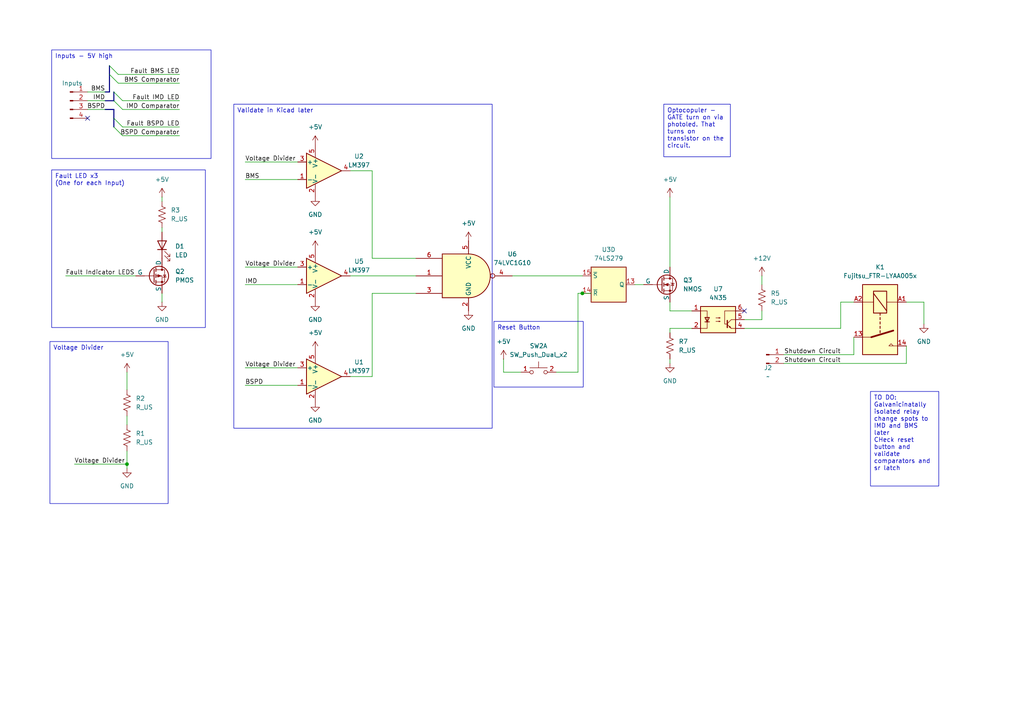
<source format=kicad_sch>
(kicad_sch (version 20231120) (generator "eeschema") (generator_version "8.0")
  (paper "A4")
  (lib_symbols
    (symbol "+5V_1" (power) (pin_numbers hide) (pin_names (offset 0) hide)
      (property "Value" "+5V" (at 0 3.556 0))
      (symbol "+5V_1_0_1"
        (polyline (pts (xy -0.762 1.27) (xy 0 2.54)))
        (polyline (pts (xy 0 0) (xy 0 2.54)))
        (polyline (pts (xy 0 2.54) (xy 0.762 1.27)))
      )
      (symbol "+5V_1_1_1"
        (pin power_in line (at 0 0 90) (length 0) (name "~") (number "1"))
      )
    )
    (symbol "+5V_2" (power) (pin_numbers hide) (pin_names (offset 0) hide)
      (property "Value" "+5V" (at 0 3.556 0))
      (symbol "+5V_2_0_1"
        (polyline (pts (xy -0.762 1.27) (xy 0 2.54)))
        (polyline (pts (xy 0 0) (xy 0 2.54)))
        (polyline (pts (xy 0 2.54) (xy 0.762 1.27)))
      )
      (symbol "+5V_2_1_1"
        (pin power_in line (at 0 0 90) (length 0) (name "~") (number "1"))
      )
    )
    (symbol "74xGxx:74LVC1G10"
      (property "Reference" "U" (at -5.08 10.16 0))
      (property "Value" "74LVC1G10" (at 7.62 -10.16 0))
      (symbol "74LVC1G10_0_1"
        (arc (start 0 -6.35) (mid 6.3224 0) (end 0 6.35) (stroke (width 0.254)) (fill (type background)))
        (polyline (pts (xy 0 -6.35) (xy -7.62 -6.35) (xy -7.62 6.35) (xy 0 6.35)) (stroke (width 0.254)) (fill (type background)))
      )
      (symbol "74LVC1G10_1_1"
        (pin input line (at -15.24 0 0) (length 7.62) (name "~") (number "1"))
        (pin power_in line (at 0 -10.16 90) (length 3.81) (name "GND") (number "2"))
        (pin input line (at -15.24 -5.08 0) (length 7.62) (name "~") (number "3"))
        (pin output inverted (at 12.7 0 180) (length 6.35) (name "~") (number "4"))
        (pin power_in line (at 0 10.16 270) (length 3.81) (name "VCC") (number "5"))
        (pin input line (at -15.24 5.08 0) (length 7.62) (name "~") (number "6"))
      )
    )
    (symbol "74xx:74LS279"
      (property "Reference" "U" (at -7.874 8.636 0))
      (property "Value" "74LS279" (at -4.318 -8.636 0))
      (symbol "74LS279_1_1"
        (rectangle (start -5.08 5.08) (end 5.08 -5.08) (stroke (width 0.254)) (fill (type background)))
        (pin input line (at -7.62 -2.54 0) (length 2.54) (name "~{R}") (number "1"))
        (pin input line (at -7.62 2.54 0) (length 2.54) (name "~{S}") (number "2"))
        (pin input line (at -7.62 0 0) (length 2.54) (name "~{S}") (number "3"))
        (pin output line (at 7.62 0 180) (length 2.54) (name "Q") (number "4"))
      )
      (symbol "74LS279_2_1"
        (rectangle (start -5.08 5.08) (end 5.08 -5.08) (stroke (width 0.254)) (fill (type background)))
        (pin input line (at -7.62 -2.54 0) (length 2.54) (name "~{R}") (number "5"))
        (pin input line (at -7.62 2.54 0) (length 2.54) (name "~{S}") (number "6"))
        (pin output line (at 7.62 0 180) (length 2.54) (name "Q") (number "7"))
      )
      (symbol "74LS279_3_1"
        (rectangle (start -5.08 5.08) (end 5.08 -5.08) (stroke (width 0.254)) (fill (type background)))
        (pin input line (at -7.62 -2.54 0) (length 2.54) (name "~{R}") (number "10"))
        (pin input line (at -7.62 2.54 0) (length 2.54) (name "~{S}") (number "11"))
        (pin input line (at -7.62 0 0) (length 2.54) (name "~{S}") (number "12"))
        (pin output line (at 7.62 0 180) (length 2.54) (name "Q") (number "9"))
      )
      (symbol "74LS279_4_1"
        (rectangle (start -5.08 5.08) (end 5.08 -5.08) (stroke (width 0.254)) (fill (type background)))
        (pin output line (at 7.62 0 180) (length 2.54) (name "Q") (number "13"))
        (pin input line (at -7.62 -2.54 0) (length 2.54) (name "~{R}") (number "14"))
        (pin input line (at -7.62 2.54 0) (length 2.54) (name "~{S}") (number "15"))
      )
      (symbol "74LS279_5_0"
        (pin power_in line (at 0 10.16 270) (length 2.54) (name "VCC") (number "16"))
        (pin power_in line (at 0 -10.16 90) (length 2.54) (name "GND") (number "8"))
      )
      (symbol "74LS279_5_1"
        (rectangle (start -5.08 7.62) (end 5.08 -7.62) (stroke (width 0.254)) (fill (type background)))
      )
    )
    (symbol "Comparator:LM397" (pin_names (offset 0.127))
      (property "Reference" "U" (at 1.27 5.08 0))
      (property "Value" "LM397" (at 3.81 -5.08 0))
      (symbol "LM397_0_1"
        (polyline (pts (xy -5.08 5.08) (xy 5.08 0) (xy -5.08 -5.08) (xy -5.08 5.08)) (stroke (width 0.254)) (fill (type background)))
      )
      (symbol "LM397_1_1"
        (pin input line (at -7.62 -2.54 0) (length 2.54) (name "-") (number "1"))
        (pin power_in line (at -2.54 -7.62 90) (length 3.81) (name "V-") (number "2"))
        (pin input line (at -7.62 2.54 0) (length 2.54) (name "+") (number "3"))
        (pin open_collector line (at 7.62 0 180) (length 2.54) (name "~") (number "4"))
        (pin power_in line (at -2.54 7.62 270) (length 3.81) (name "V+") (number "5"))
      )
    )
    (symbol "Connector:Conn_01x02_Pin" (pin_names (offset 1.016) hide)
      (property "Reference" "J" (at 0 2.54 0))
      (property "Value" "Conn_01x02_Pin" (at 0 -5.08 0))
      (symbol "Conn_01x02_Pin_1_1"
        (polyline (pts (xy 1.27 -2.54) (xy 0.8636 -2.54)) (stroke (width 0.1524)))
        (polyline (pts (xy 1.27 0) (xy 0.8636 0)) (stroke (width 0.1524)))
        (rectangle (start 0.8636 -2.413) (end 0 -2.667) (stroke (width 0.1524)) (fill (type outline)))
        (rectangle (start 0.8636 0.127) (end 0 -0.127) (stroke (width 0.1524)) (fill (type outline)))
        (pin passive line (at 5.08 0 180) (length 3.81) (name "Pin_1") (number "1"))
        (pin passive line (at 5.08 -2.54 180) (length 3.81) (name "Pin_2") (number "2"))
      )
    )
    (symbol "Connector:Conn_01x04_Pin" (pin_names (offset 1.016) hide)
      (property "Reference" "J" (at 0 5.08 0))
      (property "Value" "Conn_01x04_Pin" (at 0 -7.62 0))
      (symbol "Conn_01x04_Pin_1_1"
        (polyline (pts (xy 1.27 -5.08) (xy 0.8636 -5.08)) (stroke (width 0.1524)))
        (polyline (pts (xy 1.27 -2.54) (xy 0.8636 -2.54)) (stroke (width 0.1524)))
        (polyline (pts (xy 1.27 0) (xy 0.8636 0)) (stroke (width 0.1524)))
        (polyline (pts (xy 1.27 2.54) (xy 0.8636 2.54)) (stroke (width 0.1524)))
        (rectangle (start 0.8636 -4.953) (end 0 -5.207) (stroke (width 0.1524)) (fill (type outline)))
        (rectangle (start 0.8636 -2.413) (end 0 -2.667) (stroke (width 0.1524)) (fill (type outline)))
        (rectangle (start 0.8636 0.127) (end 0 -0.127) (stroke (width 0.1524)) (fill (type outline)))
        (rectangle (start 0.8636 2.667) (end 0 2.413) (stroke (width 0.1524)) (fill (type outline)))
        (pin passive line (at 5.08 2.54 180) (length 3.81) (name "Pin_1") (number "1"))
        (pin passive line (at 5.08 0 180) (length 3.81) (name "Pin_2") (number "2"))
        (pin passive line (at 5.08 -2.54 180) (length 3.81) (name "Pin_3") (number "3"))
        (pin passive line (at 5.08 -5.08 180) (length 3.81) (name "Pin_4") (number "4"))
      )
    )
    (symbol "Device:LED" (pin_numbers hide) (pin_names (offset 1.016) hide)
      (property "Reference" "D" (at 0 2.54 0))
      (property "Value" "LED" (at 0 -2.54 0))
      (symbol "LED_0_1"
        (polyline (pts (xy -1.27 -1.27) (xy -1.27 1.27)) (stroke (width 0.254)))
        (polyline (pts (xy -1.27 0) (xy 1.27 0)))
        (polyline (pts (xy 1.27 -1.27) (xy 1.27 1.27) (xy -1.27 0) (xy 1.27 -1.27)) (stroke (width 0.254)))
        (polyline (pts (xy -3.048 -0.762) (xy -4.572 -2.286) (xy -3.81 -2.286) (xy -4.572 -2.286) (xy -4.572 -1.524)))
        (polyline (pts (xy -1.778 -0.762) (xy -3.302 -2.286) (xy -2.54 -2.286) (xy -3.302 -2.286) (xy -3.302 -1.524)))
      )
      (symbol "LED_1_1"
        (pin passive line (at -3.81 0 0) (length 2.54) (name "K") (number "1"))
        (pin passive line (at 3.81 0 180) (length 2.54) (name "A") (number "2"))
      )
    )
    (symbol "Device:R_US" (pin_numbers hide) (pin_names (offset 0))
      (property "Reference" "R" (at 2.54 0 90))
      (property "Value" "R_US" (at -2.54 0 90))
      (symbol "R_US_0_1"
        (polyline (pts (xy 0 -2.286) (xy 0 -2.54)))
        (polyline (pts (xy 0 2.286) (xy 0 2.54)))
        (polyline (pts (xy 0 -0.762) (xy 1.016 -1.143) (xy 0 -1.524) (xy -1.016 -1.905) (xy 0 -2.286)))
        (polyline (pts (xy 0 0.762) (xy 1.016 0.381) (xy 0 0) (xy -1.016 -0.381) (xy 0 -0.762)))
        (polyline (pts (xy 0 2.286) (xy 1.016 1.905) (xy 0 1.524) (xy -1.016 1.143) (xy 0 0.762)))
      )
      (symbol "R_US_1_1"
        (pin passive line (at 0 3.81 270) (length 1.27) (name "~") (number "1"))
        (pin passive line (at 0 -3.81 90) (length 1.27) (name "~") (number "2"))
      )
    )
    (symbol "GND_1" (power) (pin_numbers hide) (pin_names (offset 0) hide)
      (property "Value" "GND" (at 0 -3.81 0))
      (symbol "GND_1_0_1"
        (polyline (pts (xy 0 0) (xy 0 -1.27) (xy 1.27 -1.27) (xy 0 -2.54) (xy -1.27 -1.27) (xy 0 -1.27)))
      )
      (symbol "GND_1_1_1"
        (pin power_in line (at 0 0 270) (length 0) (name "~") (number "1"))
      )
    )
    (symbol "Isolator:4N35" (pin_names (offset 1.016))
      (property "Reference" "U" (at -5.08 5.08 0))
      (property "Value" "4N35" (at 0 5.08 0))
      (symbol "4N35_0_1"
        (rectangle (start -5.08 3.81) (end 5.08 -3.81) (stroke (width 0.254)) (fill (type background)))
        (polyline (pts (xy -3.81 -0.635) (xy -2.54 -0.635)) (stroke (width 0.254)))
        (polyline (pts (xy 2.667 -1.397) (xy 3.81 -2.54)))
        (polyline (pts (xy 2.667 -1.143) (xy 3.81 0)))
        (polyline (pts (xy 3.81 -2.54) (xy 5.08 -2.54)))
        (polyline (pts (xy 3.81 0) (xy 5.08 0)))
        (polyline (pts (xy 2.667 -0.254) (xy 2.667 -2.286) (xy 2.667 -2.286)) (stroke (width 0.3556)))
        (polyline (pts (xy -5.08 -2.54) (xy -3.175 -2.54) (xy -3.175 2.54) (xy -5.08 2.54)))
        (polyline (pts (xy -3.175 -0.635) (xy -3.81 0.635) (xy -2.54 0.635) (xy -3.175 -0.635)) (stroke (width 0.254)))
        (polyline (pts (xy 3.683 -2.413) (xy 3.429 -1.905) (xy 3.175 -2.159) (xy 3.683 -2.413)))
        (polyline (pts (xy 5.08 2.54) (xy 1.905 2.54) (xy 1.905 -1.27) (xy 2.54 -1.27)))
        (polyline (pts (xy -0.635 -0.508) (xy 0.635 -0.508) (xy 0.254 -0.635) (xy 0.254 -0.381) (xy 0.635 -0.508)))
        (polyline (pts (xy -0.635 0.508) (xy 0.635 0.508) (xy 0.254 0.381) (xy 0.254 0.635) (xy 0.635 0.508)))
      )
      (symbol "4N35_1_1"
        (pin passive line (at -7.62 2.54 0) (length 2.54) (name "~") (number "1"))
        (pin passive line (at -7.62 -2.54 0) (length 2.54) (name "~") (number "2"))
        (pin no_connect line (at -5.08 0 0) (length 2.54) hide (name "NC") (number "3"))
        (pin passive line (at 7.62 -2.54 180) (length 2.54) (name "~") (number "4"))
        (pin passive line (at 7.62 0 180) (length 2.54) (name "~") (number "5"))
        (pin passive line (at 7.62 2.54 180) (length 2.54) (name "~") (number "6"))
      )
    )
    (symbol "Relay:Fujitsu_FTR-LYAA005x"
      (property "Reference" "K" (at 11.43 3.81 0))
      (property "Value" "Fujitsu_FTR-LYAA005x" (at 11.43 1.27 0))
      (symbol "Fujitsu_FTR-LYAA005x_0_0"
        (polyline (pts (xy 7.62 5.08) (xy 7.62 2.54) (xy 6.985 3.175) (xy 7.62 3.81)))
      )
      (symbol "Fujitsu_FTR-LYAA005x_0_1"
        (rectangle (start -10.16 5.08) (end 10.16 -5.08) (stroke (width 0.254)) (fill (type background)))
        (rectangle (start -8.255 1.905) (end -1.905 -1.905) (stroke (width 0.254)))
        (polyline (pts (xy -7.62 -1.905) (xy -2.54 1.905)) (stroke (width 0.254)))
        (polyline (pts (xy -5.08 -5.08) (xy -5.08 -1.905)))
        (polyline (pts (xy -5.08 5.08) (xy -5.08 1.905)))
        (polyline (pts (xy -1.905 0) (xy -1.27 0)) (stroke (width 0.254)))
        (polyline (pts (xy -0.635 0) (xy 0 0)) (stroke (width 0.254)))
        (polyline (pts (xy 0.635 0) (xy 1.27 0)) (stroke (width 0.254)))
        (polyline (pts (xy 1.905 0) (xy 2.54 0)) (stroke (width 0.254)))
        (polyline (pts (xy 3.175 0) (xy 3.81 0)) (stroke (width 0.254)))
        (polyline (pts (xy 5.08 -2.54) (xy 3.175 3.81)) (stroke (width 0.508)))
        (polyline (pts (xy 5.08 -2.54) (xy 5.08 -5.08)))
      )
      (symbol "Fujitsu_FTR-LYAA005x_1_1"
        (pin passive line (at 5.08 -7.62 90) (length 2.54) (name "~") (number "13"))
        (pin passive line (at 7.62 7.62 270) (length 2.54) (name "~") (number "14"))
        (pin passive line (at -5.08 7.62 270) (length 2.54) (name "~") (number "A1"))
        (pin passive line (at -5.08 -7.62 90) (length 2.54) (name "~") (number "A2"))
      )
    )
    (symbol "Simulation_SPICE:NMOS" (pin_numbers hide) (pin_names (offset 0))
      (property "Reference" "Q" (at 5.08 1.27 0))
      (property "Value" "NMOS" (at 5.08 -1.27 0))
      (symbol "NMOS_0_1"
        (polyline (pts (xy 0.254 0) (xy -2.54 0)))
        (polyline (pts (xy 0.254 1.905) (xy 0.254 -1.905)) (stroke (width 0.254)))
        (polyline (pts (xy 0.762 -1.27) (xy 0.762 -2.286)) (stroke (width 0.254)))
        (polyline (pts (xy 0.762 0.508) (xy 0.762 -0.508)) (stroke (width 0.254)))
        (polyline (pts (xy 0.762 2.286) (xy 0.762 1.27)) (stroke (width 0.254)))
        (polyline (pts (xy 2.54 2.54) (xy 2.54 1.778)))
        (polyline (pts (xy 2.54 -2.54) (xy 2.54 0) (xy 0.762 0)))
        (polyline (pts (xy 0.762 -1.778) (xy 3.302 -1.778) (xy 3.302 1.778) (xy 0.762 1.778)))
        (polyline (pts (xy 1.016 0) (xy 2.032 0.381) (xy 2.032 -0.381) (xy 1.016 0)) (fill (type outline)))
        (polyline (pts (xy 2.794 0.508) (xy 2.921 0.381) (xy 3.683 0.381) (xy 3.81 0.254)))
        (polyline (pts (xy 3.302 0.381) (xy 2.921 -0.254) (xy 3.683 -0.254) (xy 3.302 0.381)))
        (circle (center 1.651 0) (radius 2.794) (stroke (width 0.254)))
        (circle (center 2.54 -1.778) (radius 0.254) (fill (type outline)))
        (circle (center 2.54 1.778) (radius 0.254) (fill (type outline)))
      )
      (symbol "NMOS_1_1"
        (pin passive line (at 2.54 5.08 270) (length 2.54) (name "D") (number "1"))
        (pin input line (at -5.08 0 0) (length 2.54) (name "G") (number "2"))
        (pin passive line (at 2.54 -5.08 90) (length 2.54) (name "S") (number "3"))
      )
    )
    (symbol "Simulation_SPICE:PMOS" (pin_numbers hide) (pin_names (offset 0))
      (property "Reference" "Q" (at 5.08 1.27 0))
      (property "Value" "PMOS" (at 5.08 -1.27 0))
      (symbol "PMOS_0_1"
        (polyline (pts (xy 0.254 0) (xy -2.54 0)))
        (polyline (pts (xy 0.254 1.905) (xy 0.254 -1.905)) (stroke (width 0.254)))
        (polyline (pts (xy 0.762 -1.27) (xy 0.762 -2.286)) (stroke (width 0.254)))
        (polyline (pts (xy 0.762 0.508) (xy 0.762 -0.508)) (stroke (width 0.254)))
        (polyline (pts (xy 0.762 2.286) (xy 0.762 1.27)) (stroke (width 0.254)))
        (polyline (pts (xy 2.54 2.54) (xy 2.54 1.778)))
        (polyline (pts (xy 2.54 -2.54) (xy 2.54 0) (xy 0.762 0)))
        (polyline (pts (xy 0.762 1.778) (xy 3.302 1.778) (xy 3.302 -1.778) (xy 0.762 -1.778)))
        (polyline (pts (xy 2.286 0) (xy 1.27 0.381) (xy 1.27 -0.381) (xy 2.286 0)) (fill (type outline)))
        (polyline (pts (xy 2.794 -0.508) (xy 2.921 -0.381) (xy 3.683 -0.381) (xy 3.81 -0.254)))
        (polyline (pts (xy 3.302 -0.381) (xy 2.921 0.254) (xy 3.683 0.254) (xy 3.302 -0.381)))
        (circle (center 1.651 0) (radius 2.794) (stroke (width 0.254)))
        (circle (center 2.54 -1.778) (radius 0.254) (fill (type outline)))
        (circle (center 2.54 1.778) (radius 0.254) (fill (type outline)))
      )
      (symbol "PMOS_1_1"
        (pin passive line (at 2.54 5.08 270) (length 2.54) (name "D") (number "1"))
        (pin input line (at -5.08 0 0) (length 2.54) (name "G") (number "2"))
        (pin passive line (at 2.54 -5.08 90) (length 2.54) (name "S") (number "3"))
      )
    )
    (symbol "Switch:SW_Push_Dual_x2" (pin_names (offset 1.016) hide)
      (property "Reference" "SW" (at 1.27 2.54 0))
      (property "Value" "SW_Push_Dual_x2" (at 0 -1.524 0))
      (symbol "SW_Push_Dual_x2_0_1"
        (circle (center -2.032 0) (radius 0.508))
        (polyline (pts (xy 0 1.27) (xy 0 3.048)))
        (polyline (pts (xy 2.54 1.27) (xy -2.54 1.27)))
        (circle (center 2.032 0) (radius 0.508))
      )
      (symbol "SW_Push_Dual_x2_1_1"
        (pin passive line (at -5.08 0 0) (length 2.54) (name "C") (number "1"))
        (pin passive line (at 5.08 0 180) (length 2.54) (name "D") (number "2"))
      )
      (symbol "SW_Push_Dual_x2_2_1"
        (pin passive line (at -5.08 0 0) (length 2.54) (name "C") (number "3"))
        (pin passive line (at 5.08 0 180) (length 2.54) (name "D") (number "4"))
      )
    )
    (symbol "power:+12V" (power) (pin_numbers hide) (pin_names (offset 0) hide)
      (property "Value" "+12V" (at 0 3.556 0))
      (symbol "+12V_0_1"
        (polyline (pts (xy -0.762 1.27) (xy 0 2.54)))
        (polyline (pts (xy 0 0) (xy 0 2.54)))
        (polyline (pts (xy 0 2.54) (xy 0.762 1.27)))
      )
      (symbol "+12V_1_1"
        (pin power_in line (at 0 0 90) (length 0) (name "~") (number "1"))
      )
    )
    (symbol "power:+5V" (power) (pin_names (offset 0))
      (property "Value" "+5V" (at 0 3.556 0))
      (symbol "+5V_0_1"
        (polyline (pts (xy -0.762 1.27) (xy 0 2.54)))
        (polyline (pts (xy 0 0) (xy 0 2.54)))
        (polyline (pts (xy 0 2.54) (xy 0.762 1.27)))
      )
      (symbol "+5V_1_1"
        (pin power_in line (at 0 0 90) (length 0) hide (name "+5V") (number "1"))
      )
    )
    (symbol "power:GND" (power) (pin_names (offset 0))
      (property "Value" "GND" (at 0 -3.81 0))
      (symbol "GND_0_1"
        (polyline (pts (xy 0 0) (xy 0 -1.27) (xy 1.27 -1.27) (xy 0 -2.54) (xy -1.27 -1.27) (xy 0 -1.27)))
      )
      (symbol "GND_1_1"
        (pin power_in line (at 0 0 270) (length 0) hide (name "GND") (number "1"))
      )
    )
  )
  (junction (at 36.83 134.62))
  (junction (at 168.91 85.09))
  (no_connect (at 215.9 90.17))
  (no_connect (at 25.4 34.29))
  (bus_entry (at 33.02 34.29) (size 2.54 2.54))
  (bus_entry (at 33.02 36.83) (size 2.54 2.54))
  (bus_entry (at 33.02 26.67) (size 2.54 2.54))
  (bus_entry (at 31.75 19.05) (size 2.54 2.54))
  (bus_entry (at 33.02 29.21) (size 2.54 2.54))
  (bus_entry (at 31.75 21.59) (size 2.54 2.54))
  (wire (pts (xy 227.33 102.87) (xy 247.65 102.87)))
  (wire (pts (xy 71.12 77.47) (xy 86.36 77.47)))
  (bus (pts (xy 33.02 26.67) (xy 33.02 29.21)))
  (wire (pts (xy 167.64 85.09) (xy 167.64 107.95)))
  (wire (pts (xy 262.89 87.63) (xy 267.97 87.63)))
  (wire (pts (xy 71.12 52.07) (xy 86.36 52.07)))
  (wire (pts (xy 167.64 85.09) (xy 168.91 85.09)))
  (wire (pts (xy 101.6 80.01) (xy 120.65 80.01)))
  (wire (pts (xy 30.48 31.75) (xy 25.4 31.75)))
  (wire (pts (xy 194.31 95.25) (xy 200.66 95.25)))
  (bus (pts (xy 31.75 26.67) (xy 30.48 26.67)))
  (wire (pts (xy 36.83 134.62) (xy 36.83 135.89)))
  (wire (pts (xy 247.65 102.87) (xy 247.65 97.79)))
  (wire (pts (xy 71.12 82.55) (xy 86.36 82.55)))
  (wire (pts (xy 30.48 26.67) (xy 25.4 26.67)))
  (wire (pts (xy 107.95 109.22) (xy 107.95 85.09)))
  (wire (pts (xy 148.59 80.01) (xy 168.91 80.01)))
  (wire (pts (xy 215.9 92.71) (xy 220.98 92.71)))
  (wire (pts (xy 194.31 104.14) (xy 194.31 105.41)))
  (wire (pts (xy 220.98 80.01) (xy 220.98 82.55)))
  (wire (pts (xy 36.83 107.95) (xy 36.83 113.03)))
  (wire (pts (xy 161.29 107.95) (xy 167.64 107.95)))
  (wire (pts (xy 34.29 24.13) (xy 52.07 24.13)))
  (wire (pts (xy 194.31 57.15) (xy 194.31 77.47)))
  (wire (pts (xy 46.99 57.15) (xy 46.99 58.42)))
  (wire (pts (xy 194.31 96.52) (xy 194.31 95.25)))
  (wire (pts (xy 36.83 130.81) (xy 36.83 134.62)))
  (wire (pts (xy 30.48 29.21) (xy 25.4 29.21)))
  (wire (pts (xy 101.6 49.53) (xy 107.95 49.53)))
  (wire (pts (xy 194.31 90.17) (xy 194.31 87.63)))
  (wire (pts (xy 71.12 106.68) (xy 86.36 106.68)))
  (bus (pts (xy 33.02 31.75) (xy 30.48 31.75)))
  (wire (pts (xy 243.84 87.63) (xy 247.65 87.63)))
  (wire (pts (xy 21.59 134.62) (xy 36.83 134.62)))
  (wire (pts (xy 107.95 74.93) (xy 120.65 74.93)))
  (wire (pts (xy 262.89 105.41) (xy 262.89 100.33)))
  (wire (pts (xy 107.95 49.53) (xy 107.95 74.93)))
  (bus (pts (xy 33.02 34.29) (xy 33.02 31.75)))
  (wire (pts (xy 227.33 105.41) (xy 262.89 105.41)))
  (wire (pts (xy 36.83 120.65) (xy 36.83 123.19)))
  (wire (pts (xy 146.05 107.95) (xy 151.13 107.95)))
  (bus (pts (xy 33.02 29.21) (xy 30.48 29.21)))
  (wire (pts (xy 35.56 29.21) (xy 52.07 29.21)))
  (wire (pts (xy 34.29 21.59) (xy 52.07 21.59)))
  (wire (pts (xy 46.99 66.04) (xy 46.99 67.31)))
  (bus (pts (xy 33.02 34.29) (xy 33.02 36.83)))
  (wire (pts (xy 220.98 90.17) (xy 220.98 92.71)))
  (wire (pts (xy 168.91 85.09) (xy 171.45 85.09)))
  (wire (pts (xy 146.05 104.14) (xy 146.05 107.95)))
  (bus (pts (xy 31.75 21.59) (xy 31.75 26.67)))
  (wire (pts (xy 35.56 31.75) (xy 52.07 31.75)))
  (wire (pts (xy 184.15 82.55) (xy 186.69 82.55)))
  (wire (pts (xy 71.12 46.99) (xy 86.36 46.99)))
  (wire (pts (xy 243.84 95.25) (xy 243.84 87.63)))
  (wire (pts (xy 200.66 90.17) (xy 194.31 90.17)))
  (wire (pts (xy 267.97 87.63) (xy 267.97 93.98)))
  (wire (pts (xy 35.56 39.37) (xy 52.07 39.37)))
  (wire (pts (xy 35.56 36.83) (xy 52.07 36.83)))
  (wire (pts (xy 215.9 95.25) (xy 243.84 95.25)))
  (wire (pts (xy 19.05 80.01) (xy 39.37 80.01)))
  (bus (pts (xy 31.75 19.05) (xy 31.75 21.59)))
  (wire (pts (xy 46.99 85.09) (xy 46.99 87.63)))
  (wire (pts (xy 107.95 85.09) (xy 120.65 85.09)))
  (wire (pts (xy 71.12 111.76) (xy 86.36 111.76)))
  (wire (pts (xy 101.6 109.22) (xy 107.95 109.22)))
  (text_box "Voltage Divider" (at 14.478 99.06 0) (size 34.29 46.99) (effects (font (size 1.27 1.27)) (justify left top)))
  (text_box "TO DO:\nGalvanicinatally isolated relay change spots to IMD and BMS later\nCHeck reset button and validate comparators and sr latch\n" (at 252.476 113.538 0) (size 19.812 27.432) (effects (font (size 1.27 1.27)) (justify left top)))
  (text_box "Optocopuler - GATE turn on via photoled. That turns on transistor on the circuit." (at 192.532 30.226 0) (size 19.304 15.24) (effects (font (size 1.27 1.27)) (justify left top)))
  (text_box "Reset Button\n" (at 143.256 93.218 0) (size 25.908 19.05) (effects (font (size 1.27 1.27)) (justify left top)))
  (text_box "Inputs - 5V high\n" (at 14.986 14.478 0) (size 46.228 31.496) (effects (font (size 1.27 1.27)) (justify left top)))
  (text_box "Validate in Kicad later\n" (at 67.818 30.226 0) (size 74.93 93.98) (effects (font (size 1.27 1.27)) (justify left top)))
  (text_box "Fault LED x3\n(One for each Input)\n\n" (at 14.986 49.276 0) (size 44.577 45.72) (effects (font (size 1.27 1.27)) (justify left top)))
  (label "Voltage Divider" (at 71.12 106.68 0))
  (label "IMD" (at 71.12 82.55 0))
  (label "BMS" (at 30.48 26.67 180))
  (label "IMD" (at 30.48 29.21 180))
  (label "BSPD" (at 30.48 31.75 180))
  (label "Voltage Divider" (at 71.12 77.47 0))
  (label "BMS Comparator" (at 52.07 24.13 180))
  (label "BSPD Comparator" (at 52.07 39.37 180))
  (label "Voltage Divider" (at 71.12 46.99 0))
  (label "Fault Indicator LEDS" (at 19.05 80.01 0))
  (label "Voltage Divider" (at 21.59 134.62 0))
  (label "Fault BSPD LED" (at 52.07 36.83 180))
  (label "Fault IMD LED" (at 52.07 29.21 180))
  (label "Shutdown Circuit" (at 243.84 105.41 180))
  (label "Fault BMS LED" (at 52.07 21.59 180))
  (label "BSPD" (at 71.12 111.76 0))
  (label "IMD Comparator" (at 52.07 31.75 180))
  (label "BMS" (at 71.12 52.07 0))
  (label "Shutdown Circuit" (at 243.84 102.87 180))
  (symbol (lib_id "Device:R_US") (at 36.83 116.84 0) (unit 1)
    (property "Reference" "R2" (at 39.37 115.57 0) (effects (justify left)))
    (property "Value" "R_US" (at 39.37 118.11 0) (effects (justify left)))
  )
  (symbol (lib_id "Device:R_US") (at 46.99 62.23 0) (unit 1)
    (property "Reference" "R3" (at 49.53 60.9599 0) (effects (justify left)))
    (property "Value" "R_US" (at 49.53 63.4999 0) (effects (justify left)))
    (property "Description" "Resistor, US symbol" (effects (hide yes)))
  )
  (symbol (lib_id "power:+5V") (at 91.44 101.6 0) (unit 1)
    (property "Reference" "#PWR06" (effects (hide yes)))
    (property "Value" "+5V" (at 91.44 96.52 0))
  )
  (symbol (lib_id "Relay:Fujitsu_FTR-LYAA005x") (at 255.27 92.71 270) (unit 1)
    (property "Reference" "K1" (at 255.27 77.47 90))
    (property "Value" "Fujitsu_FTR-LYAA005x" (at 255.27 80.01 90))
    (property "Footprint" "Relay_THT:Relay_SPST-NO_Fujitsu_FTR-LYAA005x_FormA_Vertical" (effects (hide yes)))
    (property "Datasheet" "https://www.fujitsu.com/sg/imagesgig5/ftr-ly.pdf" (effects (hide yes)))
    (property "Description" "Relay, SPST Form A, vertical mount, 5-60V coil, 6A, 250VAC, 28 x 5 x 15mm" (effects (hide yes)))
  )
  (symbol (lib_id "power:GND") (at 36.83 135.89 0) (unit 1)
    (property "Reference" "#PWR02" (effects (hide yes)))
    (property "Value" "GND" (at 36.83 140.97 0))
  )
  (symbol (lib_id "power:GND") (at 91.44 57.15 0) (unit 1)
    (property "Reference" "#PWR05" (effects (hide yes)))
    (property "Value" "GND" (at 91.44 62.23 0))
  )
  (symbol (lib_id "Device:LED") (at 46.99 71.12 90) (unit 1)
    (property "Reference" "D1" (at 50.8 71.4374 90) (effects (justify right)))
    (property "Value" "LED" (at 50.8 73.9774 90) (effects (justify right)))
    (property "Description" "Light emitting diode" (effects (hide yes)))
  )
  (symbol (lib_id "Device:R_US") (at 220.98 86.36 0) (unit 1)
    (property "Reference" "R5" (at 223.52 85.0899 0) (effects (justify left)))
    (property "Value" "R_US" (at 223.52 87.6299 0) (effects (justify left)))
    (property "Description" "Resistor, US symbol" (effects (hide yes)))
  )
  (symbol (lib_id "power:+5V") (at 135.89 69.85 0) (unit 1)
    (property "Reference" "#PWR010" (effects (hide yes)))
    (property "Value" "+5V" (at 135.89 64.77 0))
  )
  (symbol (lib_name "+5V_2") (lib_id "power:+5V") (at 146.05 104.14 0) (unit 1)
    (property "Reference" "#PWR019" (effects (hide yes)))
    (property "Value" "+5V" (at 146.05 99.06 0))
    (property "Description" "Power symbol creates a global label with name \"+5V\"" (effects (hide yes)))
  )
  (symbol (lib_id "Comparator:LM397") (at 93.98 80.01 0) (unit 1)
    (property "Reference" "U5" (at 104.14 75.8191 0))
    (property "Value" "LM397" (at 104.14 78.3591 0))
    (property "Footprint" "Package_TO_SOT_SMD:SOT-23-5" (effects (hide yes)))
    (property "Datasheet" "http://www.ti.com/lit/ds/symlink/lm397.pdf" (effects (hide yes)))
  )
  (symbol (lib_id "power:GND") (at 135.89 90.17 0) (unit 1)
    (property "Reference" "#PWR09" (effects (hide yes)))
    (property "Value" "GND" (at 135.89 95.25 0))
  )
  (symbol (lib_id "Switch:SW_Push_Dual_x2") (at 156.21 107.95 0) (unit 1)
    (property "Reference" "SW2" (at 156.21 100.33 0))
    (property "Value" "SW_Push_Dual_x2" (at 156.21 102.87 0))
    (property "Description" "Push button switch, generic, separate symbols, four pins" (effects (hide yes)))
  )
  (symbol (lib_id "Device:R_US") (at 194.31 100.33 0) (unit 1)
    (property "Reference" "R7" (at 196.85 99.0599 0) (effects (justify left)))
    (property "Value" "R_US" (at 196.85 101.5999 0) (effects (justify left)))
    (property "Description" "Resistor, US symbol" (effects (hide yes)))
  )
  (symbol (lib_id "Simulation_SPICE:NMOS") (at 191.77 82.55 0) (unit 1)
    (property "Reference" "Q3" (at 198.12 81.2799 0) (effects (justify left)))
    (property "Value" "NMOS" (at 198.12 83.8199 0) (effects (justify left)))
    (property "Datasheet" "https://ngspice.sourceforge.io/docs/ngspice-html-manual/manual.xhtml#cha_MOSFETs" (effects (hide yes)))
    (property "Description" "N-MOSFET transistor, drain/source/gate" (effects (hide yes)))
    (property "Sim.Device" "NMOS" (effects (hide yes)))
    (property "Sim.Type" "VDMOS" (effects (hide yes)))
    (property "Sim.Pins" "1=D 2=G 3=S" (effects (hide yes)))
  )
  (symbol (lib_id "power:GND") (at 91.44 116.84 0) (unit 1)
    (property "Reference" "#PWR03" (effects (hide yes)))
    (property "Value" "GND" (at 91.44 121.92 0))
  )
  (symbol (lib_id "Simulation_SPICE:PMOS") (at 44.45 80.01 0) (unit 1)
    (property "Reference" "Q2" (at 50.8 78.7399 0) (effects (justify left)))
    (property "Value" "PMOS" (at 50.8 81.2799 0) (effects (justify left)))
    (property "Datasheet" "https://ngspice.sourceforge.io/docs/ngspice-html-manual/manual.xhtml#cha_MOSFETs" (effects (hide yes)))
    (property "Description" "P-MOSFET transistor, drain/source/gate" (effects (hide yes)))
    (property "Sim.Device" "PMOS" (effects (hide yes)))
    (property "Sim.Type" "VDMOS" (effects (hide yes)))
    (property "Sim.Pins" "1=D 2=G 3=S" (effects (hide yes)))
  )
  (symbol (lib_id "Comparator:LM397") (at 93.98 49.53 0) (unit 1)
    (property "Reference" "U2" (at 104.14 45.3391 0))
    (property "Value" "LM397" (at 104.14 47.8791 0))
    (property "Footprint" "Package_TO_SOT_SMD:SOT-23-5" (effects (hide yes)))
    (property "Datasheet" "http://www.ti.com/lit/ds/symlink/lm397.pdf" (effects (hide yes)))
  )
  (symbol (lib_id "Comparator:LM397") (at 93.98 109.22 0) (unit 1)
    (property "Reference" "U1" (at 104.14 105.0291 0))
    (property "Value" "LM397" (at 104.14 107.5691 0))
    (property "Footprint" "Package_TO_SOT_SMD:SOT-23-5" (effects (hide yes)))
    (property "Datasheet" "http://www.ti.com/lit/ds/symlink/lm397.pdf" (effects (hide yes)))
  )
  (symbol (lib_id "power:GND") (at 194.31 105.41 0) (unit 1)
    (property "Reference" "#PWR013" (effects (hide yes)))
    (property "Value" "GND" (at 194.31 110.49 0))
  )
  (symbol (lib_name "GND_1") (lib_id "power:GND") (at 46.99 87.63 0) (unit 1)
    (property "Reference" "#PWR012" (effects (hide yes)))
    (property "Value" "GND" (at 46.99 92.71 0))
    (property "Description" "Power symbol creates a global label with name \"GND\" , ground" (effects (hide yes)))
  )
  (symbol (lib_id "power:+5V") (at 91.44 72.39 0) (unit 1)
    (property "Reference" "#PWR07" (effects (hide yes)))
    (property "Value" "+5V" (at 91.44 67.31 0))
  )
  (symbol (lib_id "power:+5V") (at 194.31 57.15 0) (unit 1)
    (property "Reference" "#PWR014" (effects (hide yes)))
    (property "Value" "+5V" (at 194.31 52.07 0))
  )
  (symbol (lib_id "power:+5V") (at 36.83 107.95 0) (unit 1)
    (property "Reference" "#PWR01" (effects (hide yes)))
    (property "Value" "+5V" (at 36.83 102.87 0))
  )
  (symbol (lib_id "Connector:Conn_01x02_Pin") (at 222.25 102.87 0) (unit 1)
    (property "Reference" "J2" (at 222.758 106.68 0))
    (property "Value" "~" (at 222.758 109.22 0))
    (property "Description" "Generic connector, single row, 01x02, script generated" (effects (hide yes)))
  )
  (symbol (lib_name "+5V_1") (lib_id "power:+5V") (at 46.99 57.15 0) (unit 1)
    (property "Reference" "#PWR011" (effects (hide yes)))
    (property "Value" "+5V" (at 46.99 52.07 0))
    (property "Description" "Power symbol creates a global label with name \"+5V\"" (effects (hide yes)))
  )
  (symbol (lib_id "power:GND") (at 267.97 93.98 0) (unit 1)
    (property "Reference" "#PWR016" (effects (hide yes)))
    (property "Value" "GND" (at 267.97 99.06 0))
  )
  (symbol (lib_id "74xx:74LS279") (at 176.53 82.55 0) (unit 4)
    (property "Reference" "U3" (at 176.53 72.39 0))
    (property "Value" "74LS279" (at 176.53 74.93 0))
    (property "Datasheet" "https://www.ti.com/lit/gpn/sn54ls279a" (effects (hide yes)))
    (property "Description" "Quad SR latch, DIP-16/SOIC-16/SOIC-16W" (effects (hide yes)))
  )
  (symbol (lib_id "74xGxx:74LVC1G10") (at 135.89 80.01 0) (unit 1)
    (property "Reference" "U6" (at 148.59 73.6914 0))
    (property "Value" "74LVC1G10" (at 148.59 76.2314 0))
    (property "Datasheet" "http://www.ti.com/lit/sg/scyt129e/scyt129e.pdf" (effects (hide yes)))
    (property "Description" "Single NAND 3-Input Gate, Low-Voltage CMOS" (effects (hide yes)))
  )
  (symbol (lib_id "power:+12V") (at 220.98 80.01 0) (unit 1)
    (property "Reference" "#PWR015" (effects (hide yes)))
    (property "Value" "+12V" (at 220.98 74.93 0))
    (property "Description" "Power symbol creates a global label with name \"+12V\"" (effects (hide yes)))
  )
  (symbol (lib_id "Isolator:4N35") (at 208.28 92.71 0) (unit 1)
    (property "Reference" "U7" (at 208.28 83.82 0))
    (property "Value" "4N35" (at 208.28 86.36 0))
    (property "Footprint" "Package_DIP:DIP-6_W7.62mm" (effects (hide yes)))
    (property "Datasheet" "https://www.vishay.com/docs/81181/4n35.pdf" (effects (hide yes)))
    (property "Description" "Optocoupler, Phototransistor Output, with Base Connection, Vce 70V, CTR 100%, Viso 5000V, DIP6" (effects (hide yes)))
  )
  (symbol (lib_id "power:+5V") (at 91.44 41.91 0) (unit 1)
    (property "Reference" "#PWR08" (effects (hide yes)))
    (property "Value" "+5V" (at 91.44 36.83 0))
  )
  (symbol (lib_id "Connector:Conn_01x04_Pin") (at 20.32 29.21 0) (unit 1)
    (property "Reference" "J1" (effects (hide yes)))
    (property "Value" "Inputs" (at 20.955 24.13 0))
  )
  (symbol (lib_id "power:GND") (at 91.44 87.63 0) (unit 1)
    (property "Reference" "#PWR04" (effects (hide yes)))
    (property "Value" "GND" (at 91.44 92.71 0))
  )
  (symbol (lib_id "Device:R_US") (at 36.83 127 0) (unit 1)
    (property "Reference" "R1" (at 39.37 125.73 0) (effects (justify left)))
    (property "Value" "R_US" (at 39.37 128.27 0) (effects (justify left)))
  )
)
</source>
